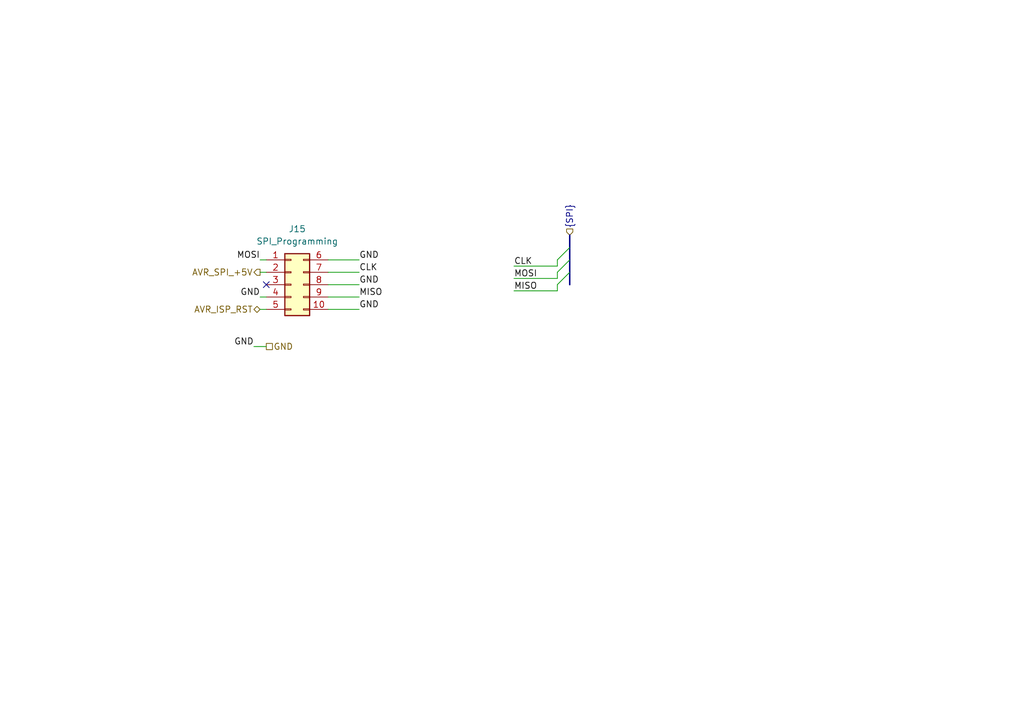
<source format=kicad_sch>
(kicad_sch (version 20231120) (generator "eeschema") (generator_version "8.0")
  (paper "A5")
  (title_block (title "Programming connector") (date "2024-04-17") (rev "1.0"))
  (lib_symbols
    (symbol "Connector_Generic:Conn_02x05_Top_Bottom" (pin_names (offset 1.016) hide)
      (property "Reference" "J" (at 1.27 7.62 0))
      (property "Value" "Conn_02x05_Top_Bottom" (at 1.27 -7.62 0))
      (symbol "Conn_02x05_Top_Bottom_1_1"
        (rectangle (start -1.27 -4.953) (end 0 -5.207) (stroke (width 0.1524)))
        (rectangle (start -1.27 -2.413) (end 0 -2.667) (stroke (width 0.1524)))
        (rectangle (start -1.27 0.127) (end 0 -0.127) (stroke (width 0.1524)))
        (rectangle (start -1.27 2.667) (end 0 2.413) (stroke (width 0.1524)))
        (rectangle (start -1.27 5.207) (end 0 4.953) (stroke (width 0.1524)))
        (rectangle (start -1.27 6.35) (end 3.81 -6.35) (stroke (width 0.254)) (fill (type background)))
        (rectangle (start 3.81 -4.953) (end 2.54 -5.207) (stroke (width 0.1524)))
        (rectangle (start 3.81 -2.413) (end 2.54 -2.667) (stroke (width 0.1524)))
        (rectangle (start 3.81 0.127) (end 2.54 -0.127) (stroke (width 0.1524)))
        (rectangle (start 3.81 2.667) (end 2.54 2.413) (stroke (width 0.1524)))
        (rectangle (start 3.81 5.207) (end 2.54 4.953) (stroke (width 0.1524)))
        (pin passive line (at -5.08 5.08 0) (length 3.81) (name "Pin_1") (number "1"))
        (pin passive line (at 7.62 -5.08 180) (length 3.81) (name "Pin_10") (number "10"))
        (pin passive line (at -5.08 2.54 0) (length 3.81) (name "Pin_2") (number "2"))
        (pin passive line (at -5.08 0 0) (length 3.81) (name "Pin_3") (number "3"))
        (pin passive line (at -5.08 -2.54 0) (length 3.81) (name "Pin_4") (number "4"))
        (pin passive line (at -5.08 -5.08 0) (length 3.81) (name "Pin_5") (number "5"))
        (pin passive line (at 7.62 5.08 180) (length 3.81) (name "Pin_6") (number "6"))
        (pin passive line (at 7.62 2.54 180) (length 3.81) (name "Pin_7") (number "7"))
        (pin passive line (at 7.62 0 180) (length 3.81) (name "Pin_8") (number "8"))
        (pin passive line (at 7.62 -2.54 180) (length 3.81) (name "Pin_9") (number "9"))
      )
    )
  )
  (no_connect (at 54.61 58.42))
  (bus_entry (at 114.3 58.42) (size 2.54 -2.54))
  (bus_entry (at 114.3 55.88) (size 2.54 -2.54))
  (bus_entry (at 114.3 53.34) (size 2.54 -2.54))
  (wire (pts (xy 54.61 55.88) (xy 53.34 55.88)))
  (wire (pts (xy 53.34 60.96) (xy 54.61 60.96)))
  (wire (pts (xy 105.41 54.61) (xy 114.3 54.61)))
  (wire (pts (xy 67.31 53.34) (xy 73.66 53.34)))
  (wire (pts (xy 53.34 53.34) (xy 54.61 53.34)))
  (wire (pts (xy 114.3 58.42) (xy 114.3 59.69)))
  (wire (pts (xy 67.31 60.96) (xy 73.66 60.96)))
  (wire (pts (xy 105.41 59.69) (xy 114.3 59.69)))
  (wire (pts (xy 105.41 57.15) (xy 114.3 57.15)))
  (bus (pts (xy 116.84 53.34) (xy 116.84 55.88)))
  (bus (pts (xy 116.84 48.26) (xy 116.84 50.8)))
  (wire (pts (xy 67.31 55.88) (xy 73.66 55.88)))
  (wire (pts (xy 53.34 63.5) (xy 54.61 63.5)))
  (wire (pts (xy 67.31 63.5) (xy 73.66 63.5)))
  (wire (pts (xy 67.31 58.42) (xy 73.66 58.42)))
  (bus (pts (xy 116.84 55.88) (xy 116.84 58.42)))
  (bus (pts (xy 116.84 50.8) (xy 116.84 53.34)))
  (wire (pts (xy 52.07 71.12) (xy 54.61 71.12)))
  (wire (pts (xy 114.3 53.34) (xy 114.3 54.61)))
  (wire (pts (xy 114.3 55.88) (xy 114.3 57.15)))
  (label "GND" (at 73.66 53.34 0))
  (label "MISO" (at 73.66 60.96 0))
  (label "MOSI" (at 105.41 57.15 0))
  (label "MISO" (at 105.41 59.69 0))
  (label "GND" (at 73.66 63.5 0))
  (label "CLK" (at 105.41 54.61 0))
  (label "GND" (at 73.66 58.42 0))
  (label "GND" (at 52.07 71.12 180))
  (label "CLK" (at 73.66 55.88 0))
  (label "MOSI" (at 53.34 53.34 180))
  (label "GND" (at 53.34 60.96 180))
  (hierarchical_label "AVR_SPI_+5V" (shape output) (at 53.34 55.88 180))
  (hierarchical_label "{SPI}" (shape input) (at 116.84 48.26 90))
  (hierarchical_label "GND" (shape passive) (at 54.61 71.12 0))
  (hierarchical_label "AVR_ISP_RST" (shape bidirectional) (at 53.34 63.5 180))
  (symbol (lib_id "Connector_Generic:Conn_02x05_Top_Bottom") (at 59.69 58.42 0) (unit 1) (exclude_from_sim yes)
    (property "Reference" "J15" (at 60.96 46.99 0))
    (property "Value" "SPI_Programming" (at 60.96 49.53 0))
    (property "Footprint" "Connector_PinHeader_2.54mm:PinHeader_2x05_P2.54mm_Vertical" (effects (hide yes)))
  )
)
</source>
